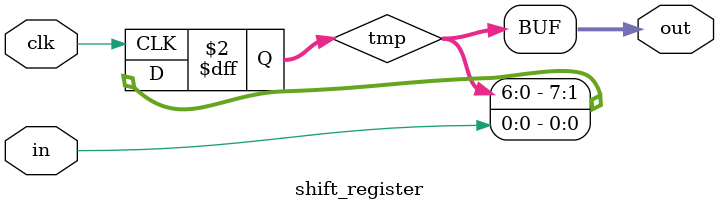
<source format=sv>
`timescale 1ns/1ps

/*
* Company: Santa Clara University
* Engineer: Jonathan Trinh
*
* Create Date: 10/16/2019 04:12:23 PM
* Design Name:
* Module Name: shift_register
* Project Name: Implementation of Delay Based Physical Unclonable Function
* Target Devices: Intel Max 10, Xilinx Spartan 7
* Tool Versions:
* Description: The shift_register shifts the bits right synchronously
*
* Dependencies:
*
* Revision:
* Revision 0.01 - File Created
* Additional Comments:
*
*/

module shift_register (
  input clk, in,
  output [7:0] out
  );

  logic [7:0] tmp;

  always_ff @(posedge clk) begin
    tmp <= {tmp[6:0],in};
  end

  assign out  = tmp;
endmodule

</source>
